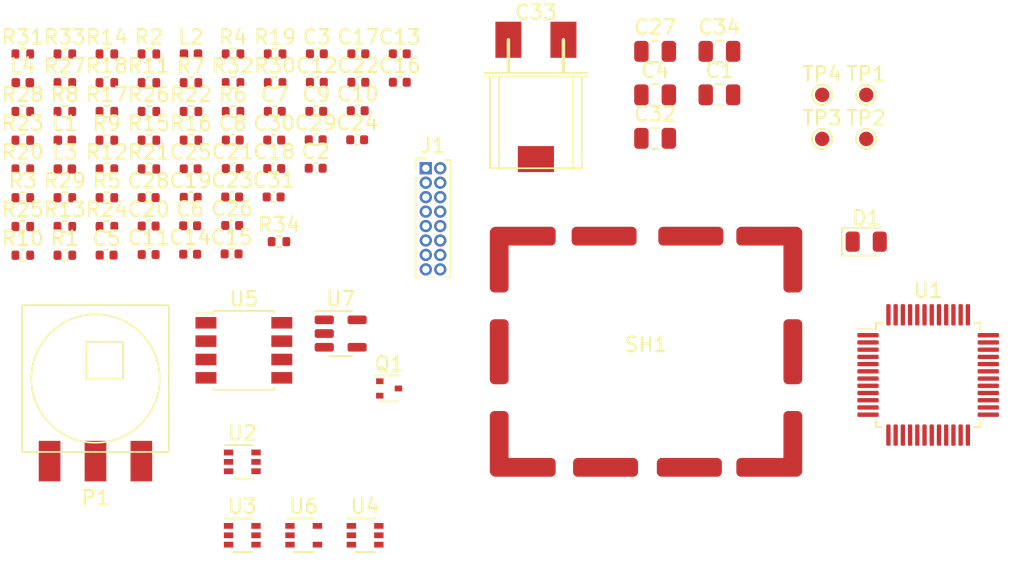
<source format=kicad_pcb>
(kicad_pcb (version 20211014) (generator pcbnew)
  (layers (0 "F.Cu" signal) (31 "B.Cu" signal) (34 "B.Paste" user) (35 "F.Paste" user) (36 "B.SilkS" user "B.Silkscreen") (37 "F.SilkS" user "F.Silkscreen") (38 "B.Mask" user) (39 "F.Mask" user) (44 "Edge.Cuts" user))
  (net 0 "")
  (net 20 "GND")
  (net 21 "VCC")
  (net 23 "+3V8")
  (net 24 "VDD")
  (net 25 "Net-(U7-Pad5)")
  (net 26 "Net-(U7-Pad4)")
  (net 27 "Net-(J1-Pad2)")
  (net 28 "Net-(U1-Pad22)")
  (net 29 "Net-(J1-Pad15)")
  (net 30 "Net-(U1-Pad31)")
  (net 31 "CS_Pressure")
  (net 32 "Net-(R4-Pad2)")
  (net 33 "Net-(U1-Pad20)")
  (net 34 "Net-(R7-Pad1)")
  (net 35 "Net-(U1-Pad17)")
  (net 36 "SPI_SDI")
  (net 37 "Net-(U1-Pad16)")
  (net 38 "Net-(U1-Pad15)")
  (net 39 "Net-(R14-Pad2)")
  (net 40 "Net-(U1-Pad25)")
  (net 41 "Net-(U1-Pad42)")
  (net 42 "Net-(U1-Pad41)")
  (net 43 "Net-(U1-Pad37)")
  (net 44 "Net-(R20-Pad2)")
  (net 45 "Net-(U1-Pad34)")
  (net 46 "Net-(U1-Pad30)")
  (net 47 "CS_EEPROM")
  (net 48 "NRST")
  (net 49 "VCCA_mon")
  (net 50 "LED")
  (net 51 "Pullup")
  (net 52 "Switch_1")
  (net 53 "Switch_2")
  (net 54 "Switch_3")
  (net 55 "Net-(C33-Pad2)")
  (net 56 "Net-(U4-Pad6)")
  (net 57 "Net-(C23-Pad1)")
  (net 58 "Net-(U6-Pad1)")
  (net 59 "Net-(R31-Pad1)")
  (net 60 "VCCD_mon")
  (net 61 "Net-(U4-Pad5)")
  (net 62 "Net-(D1-Pad2)")
  (net 63 "UART_TX")
  (net 64 "SPI_SCK")
  (net 65 "UART_RX")
  (net 66 "SPI_SDO")
  (net 68 "SWCLK ")
  (net 69 "SWDIO")
  (net 70 "Net-(J1-Pad13)")
  (net 71 "Out")
  (net 72 "Net-(U2-Pad5)")
  (net 73 "Net-(R5-Pad1)")
  (net 74 "Net-(R33-Pad1)")
  (net 75 "Net-(R29-Pad1)")
  (net 76 "Net-(R32-Pad1)")
  (net 77 "Net-(R31-Pad2)")
  (footprint "Capacitor_SMD:C_0402_1005Metric" (layer "F.Cu") (at 99.43 69.68)
    (fp_text reference "C10" (at 0 -1.16) (layer "F.SilkS"))
    (fp_text value "100n")
    (pad "1" smd roundrect (at -0.48 0) (size 0.56 0.62) (layers "F.Cu" "F.Paste" "F.Mask") (net 24 "VDD"))
    (pad "2" smd roundrect (at 0.48 0) (size 0.56 0.62) (layers "F.Cu" "F.Paste" "F.Mask") (net 20 "GND"))
  )
  (footprint "Capacitor_SMD:C_0402_1005Metric" (layer "F.Cu") (at 99.39 71.69)
    (fp_text reference "C24" (at 0 -1.16) (layer "F.SilkS"))
    (fp_text value "tbd pF")
    (pad "1" smd roundrect (at -0.48 0) (size 0.56 0.62) (layers "F.Cu" "F.Paste" "F.Mask") (net 58 "Net-(U6-Pad1)"))
    (pad "2" smd roundrect (at 0.48 0) (size 0.56 0.62) (layers "F.Cu" "F.Paste" "F.Mask") (net 20 "GND"))
  )
  (footprint "Resistor_SMD:R_0402_1005Metric" (layer "F.Cu") (at 82.07 73.71)
    (fp_text reference "R12" (at 0 -1.17) (layer "F.SilkS"))
    (fp_text value "68R")
    (pad "1" smd roundrect (at -0.51 0) (size 0.54 0.64) (layers "F.Cu" "F.Paste" "F.Mask") (net 37 "Net-(U1-Pad16)"))
    (pad "2" smd roundrect (at 0.51 0) (size 0.54 0.64) (layers "F.Cu" "F.Paste" "F.Mask") (net 66 "SPI_SDO"))
  )
  (footprint "Capacitor_SMD:C_0402_1005Metric" (layer "F.Cu") (at 90.74 77.62)
    (fp_text reference "C26" (at 0 -1.16) (layer "F.SilkS"))
    (fp_text value "tbd pF")
    (pad "1" smd roundrect (at -0.48 0) (size 0.56 0.62) (layers "F.Cu" "F.Paste" "F.Mask") (net 55 "Net-(C33-Pad2)"))
    (pad "2" smd roundrect (at 0.48 0) (size 0.56 0.62) (layers "F.Cu" "F.Paste" "F.Mask") (net 59 "Net-(R31-Pad1)"))
  )
  (footprint "Capacitor_SMD:C_0805_2012Metric" (layer "F.Cu") (at 120.01 71.59)
    (fp_text reference "C32" (at 0 -1.68) (layer "F.SilkS"))
    (fp_text value "10uF")
    (pad "1" smd roundrect (at -0.95 0) (size 1 1.45) (layers "F.Cu" "F.Paste" "F.Mask") (net 23 "+3V8"))
    (pad "2" smd roundrect (at 0.95 0) (size 1 1.45) (layers "F.Cu" "F.Paste" "F.Mask") (net 20 "GND"))
  )
  (footprint "Capacitor_SMD:C_0402_1005Metric" (layer "F.Cu") (at 90.7 79.59)
    (fp_text reference "C15" (at 0 -1.16) (layer "F.SilkS"))
    (fp_text value "tbd pF")
    (pad "1" smd roundrect (at -0.48 0) (size 0.56 0.62) (layers "F.Cu" "F.Paste" "F.Mask") (net 53 "Switch_2"))
    (pad "2" smd roundrect (at 0.48 0) (size 0.56 0.62) (layers "F.Cu" "F.Paste" "F.Mask") (net 20 "GND"))
  )
  (footprint "Resistor_SMD:R_0402_1005Metric" (layer "F.Cu") (at 82.07 67.74)
    (fp_text reference "R18" (at 0 -1.17) (layer "F.SilkS"))
    (fp_text value "10k")
    (pad "1" smd roundrect (at -0.51 0) (size 0.54 0.64) (layers "F.Cu" "F.Paste" "F.Mask") (net 53 "Switch_2"))
    (pad "2" smd roundrect (at 0.51 0) (size 0.54 0.64) (layers "F.Cu" "F.Paste" "F.Mask") (net 42 "Net-(U1-Pad41)"))
  )
  (footprint "Package_QFP:LQFP-48_7x7mm_P0.5mm" (layer "F.Cu") (at 138.905 87.965)
    (fp_text reference "U1" (at 0 -5.85) (layer "F.SilkS"))
    (fp_text value "STM32F100C8Tb8")
    (pad "1" smd roundrect (at -4.1625 -2.75) (size 1.475 0.3) (layers "F.Cu" "F.Paste" "F.Mask") (net 24 "VDD"))
    (pad "2" smd roundrect (at -4.1625 -2.25) (size 1.475 0.3) (layers "F.Cu" "F.Paste" "F.Mask"))
    (pad "3" smd roundrect (at -4.1625 -1.75) (size 1.475 0.3) (layers "F.Cu" "F.Paste" "F.Mask"))
    (pad "4" smd roundrect (at -4.1625 -1.25) (size 1.475 0.3) (layers "F.Cu" "F.Paste" "F.Mask"))
    (pad "5" smd roundrect (at -4.1625 -0.75) (size 1.475 0.3) (layers "F.Cu" "F.Paste" "F.Mask") (net 32 "Net-(R4-Pad2)"))
    (pad "6" smd roundrect (at -4.1625 -0.25) (size 1.475 0.3) (layers "F.Cu" "F.Paste" "F.Mask"))
    (pad "7" smd roundrect (at -4.1625 0.25) (size 1.475 0.3) (layers "F.Cu" "F.Paste" "F.Mask") (net 73 "Net-(R5-Pad1)"))
    (pad "8" smd roundrect (at -4.1625 0.75) (size 1.475 0.3) (layers "F.Cu" "F.Paste" "F.Mask") (net 20 "GND"))
    (pad "9" smd roundrect (at -4.1625 1.25) (size 1.475 0.3) (layers "F.Cu" "F.Paste" "F.Mask") (net 24 "VDD"))
    (pad "10" smd roundrect (at -4.1625 1.75) (size 1.475 0.3) (layers "F.Cu" "F.Paste" "F.Mask") (net 33 "Net-(U1-Pad20)"))
    (pad "11" smd roundrect (at -4.1625 2.25) (size 1.475 0.3) (layers "F.Cu" "F.Paste" "F.Mask") (net 34 "Net-(R7-Pad1)"))
    (pad "12" smd roundrect (at -4.1625 2.75) (size 1.475 0.3) (layers "F.Cu" "F.Paste" "F.Mask"))
    (pad "13" smd roundrect (at -2.75 4.1625) (size 0.3 1.475) (layers "F.Cu" "F.Paste" "F.Mask"))
    (pad "14" smd roundrect (at -2.25 4.1625) (size 0.3 1.475) (layers "F.Cu" "F.Paste" "F.Mask"))
    (pad "15" smd roundrect (at -1.75 4.1625) (size 0.3 1.475) (layers "F.Cu" "F.Paste" "F.Mask") (net 38 "Net-(U1-Pad15)"))
    (pad "16" smd roundrect (at -1.25 4.1625) (size 0.3 1.475) (layers "F.Cu" "F.Paste" "F.Mask") (net 37 "Net-(U1-Pad16)"))
    (pad "17" smd roundrect (at -0.75 4.1625) (size 0.3 1.475) (layers "F.Cu" "F.Paste" "F.Mask") (net 35 "Net-(U1-Pad17)"))
    (pad "18" smd roundrect (at -0.25 4.1625) (size 0.3 1.475) (layers "F.Cu" "F.Paste" "F.Mask") (net 49 "VCCA_mon"))
    (pad "19" smd roundrect (at 0.25 4.1625) (size 0.3 1.475) (layers "F.Cu" "F.Paste" "F.Mask") (net 39 "Net-(R14-Pad2)"))
    (pad "20" smd roundrect (at 0.75 4.1625) (size 0.3 1.475) (layers "F.Cu" "F.Paste" "F.Mask") (net 33 "Net-(U1-Pad20)"))
    (pad "21" smd roundrect (at 1.25 4.1625) (size 0.3 1.475) (layers "F.Cu" "F.Paste" "F.Mask"))
    (pad "22" smd roundrect (at 1.75 4.1625) (size 0.3 1.475) (layers "F.Cu" "F.Paste" "F.Mask") (net 28 "Net-(U1-Pad22)"))
    (pad "23" smd roundrect (at 2.25 4.1625) (size 0.3 1.475) (layers "F.Cu" "F.Paste" "F.Mask") (net 20 "GND"))
    (pad "24" smd roundrect (at 2.75 4.1625) (size 0.3 1.475) (layers "F.Cu" "F.Paste" "F.Mask") (net 24 "VDD"))
    (pad "25" smd roundrect (at 4.1625 2.75) (size 1.475 0.3) (layers "F.Cu" "F.Paste" "F.Mask") (net 40 "Net-(U1-Pad25)"))
    (pad "26" smd roundrect (at 4.1625 2.25) (size 1.475 0.3) (layers "F.Cu" "F.Paste" "F.Mask"))
    (pad "27" smd roundrect (at 4.1625 1.75) (size 1.475 0.3) (layers "F.Cu" "F.Paste" "F.Mask"))
    (pad "28" smd roundrect (at 4.1625 1.25) (size 1.475 0.3) (layers "F.Cu" "F.Paste" "F.Mask"))
    (pad "29" smd roundrect (at 4.1625 0.75) (size 1.475 0.3) (layers "F.Cu" "F.Paste" "F.Mask"))
    (pad "30" smd roundrect (at 4.1625 0.25) (size 1.475 0.3) (layers "F.Cu" "F.Paste" "F.Mask") (net 46 "Net-(U1-Pad30)"))
    (pad "31" smd roundrect (at 4.1625 -0.25) (size 1.475 0.3) (layers "F.Cu" "F.Paste" "F.Mask") (net 30 "Net-(U1-Pad31)"))
    (pad "32" smd roundrect (at 4.1625 -0.75) (size 1.475 0.3) (layers "F.Cu" "F.Paste" "F.Mask"))
    (pad "33" smd roundrect (at 4.1625 -1.25) (size 1.475 0.3) (layers "F.Cu" "F.Paste" "F.Mask"))
    (pad "34" smd roundrect (at 4.1625 -1.75) (size 1.475 0.3) (layers "F.Cu" "F.Paste" "F.Mask") (net 45 "Net-(U1-Pad34)"))
    (pad "35" smd roundrect (at 4.1625 -2.25) (size 1.475 0.3) (layers "F.Cu" "F.Paste" "F.Mask") (net 20 "GND"))
    (pad "36" smd roundrect (at 4.1625 -2.75) (size 1.475 0.3) (layers "F.Cu" "F.Paste" "F.Mask") (net 24 "VDD"))
    (pad "37" smd roundrect (at 2.75 -4.1625) (size 0.3 1.475) (layers "F.Cu" "F.Paste" "F.Mask") (net 43 "Net-(U1-Pad37)"))
    (pad "38" smd roundrect (at 2.25 -4.1625) (size 0.3 1.475) (layers "F.Cu" "F.Paste" "F.Mask"))
    (pad "39" smd roundrect (at 1.75 -4.1625) (size 0.3 1.475) (layers "F.Cu" "F.Paste" "F.Mask") (net 44 "Net-(R20-Pad2)"))
    (pad "40" smd roundrect (at 1.25 -4.1625) (size 0.3 1.475) (layers "F.Cu" "F.Paste" "F.Mask"))
    (pad "41" smd roundrect (at 0.75 -4.1625) (size 0.3 1.475) (layers "F.Cu" "F.Paste" "F.Mask") (net 42 "Net-(U1-Pad41)"))
    (pad "42" smd roundrect (at 0.25 -4.1625) (size 0.3 1.475) (layers "F.Cu" "F.Paste" "F.Mask") (net 41 "Net-(U1-Pad42)"))
    (pad "43" smd roundrect (at -0.25 -4.1625) (size 0.3 1.475) (layers "F.Cu" "F.Paste" "F.Mask"))
    (pad "44" smd roundrect (at -0.75 -4.1625) (size 0.3 1.475) (layers "F.Cu" "F.Paste" "F.Mask"))
    (pad "45" smd roundrect (at -1.25 -4.1625) (size 0.3 1.475) (layers "F.Cu" "F.Paste" "F.Mask"))
    (pad "46" smd roundrect (at -1.75 -4.1625) (size 0.3 1.475) (layers "F.Cu" "F.Paste" "F.Mask"))
    (pad "47" smd roundrect (at -2.25 -4.1625) (size 0.3 1.475) (layers "F.Cu" "F.Paste" "F.Mask") (net 20 "GND"))
    (pad "48" smd roundrect (at -2.75 -4.1625) (size 0.3 1.475) (layers "F.Cu" "F.Paste" "F.Mask") (net 24 "VDD"))
  )
  (footprint "Resistor_SMD:R_0402_1005Metric" (layer "F.Cu") (at 82.07 65.75)
    (fp_text reference "R14" (at 0 -1.17) (layer "F.SilkS"))
    (fp_text value "10k")
    (pad "1" smd roundrect (at -0.51 0) (size 0.54 0.64) (layers "F.Cu" "F.Paste" "F.Mask") (net 60 "VCCD_mon"))
    (pad "2" smd roundrect (at 0.51 0) (size 0.54 0.64) (layers "F.Cu" "F.Paste" "F.Mask") (net 39 "Net-(R14-Pad2)"))
  )
  (footprint "Capacitor_SMD:C_0402_1005Metric" (layer "F.Cu") (at 93.69 69.72)
    (fp_text reference "C7" (at 0 -1.16) (layer "F.SilkS"))
    (fp_text value "1n")
    (pad "1" smd roundrect (at -0.48 0) (size 0.56 0.62) (layers "F.Cu" "F.Paste" "F.Mask") (net 24 "VDD"))
    (pad "2" smd roundrect (at 0.48 0) (size 0.56 0.62) (layers "F.Cu" "F.Paste" "F.Mask") (net 20 "GND"))
  )
  (footprint "RPM411:Pressure_Cap" (layer "F.Cu") (at 81.28 93.9275)
    (fp_text reference "P1" (at 0 2.54 unlocked) (layer "F.SilkS"))
    (fp_text value "P_Cap")
    (pad "1" smd rect (at -3.175 0) (size 1.5 2.8) (layers "F.Cu" "F.Paste" "F.Mask") (net 72 "Net-(U2-Pad5)"))
    (pad "2" smd rect (at 3.175 0) (size 1.5 2.8) (layers "F.Cu" "F.Paste" "F.Mask") (net 55 "Net-(C33-Pad2)"))
    (pad "SH" smd rect (at 0 0) (size 1.5 2.8) (layers "F.Cu" "F.Paste" "F.Mask") (net 20 "GND"))
  )
  (footprint "Inductor_SMD:L_0402_1005Metric" (layer "F.Cu") (at 79.16 71.72)
    (fp_text reference "L1" (at 0 -1.17) (layer "F.SilkS"))
    (fp_text value "tbd")
    (pad "1" smd roundrect (at -0.485 0) (size 0.59 0.64) (layers "F.Cu" "F.Paste" "F.Mask") (net 27 "Net-(J1-Pad2)"))
    (pad "2" smd roundrect (at 0.485 0) (size 0.59 0.64) (layers "F.Cu" "F.Paste" "F.Mask") (net 24 "VDD"))
  )
  (footprint "Capacitor_SMD:C_0402_1005Metric" (layer "F.Cu") (at 93.65 73.68)
    (fp_text reference "C18" (at 0 -1.16) (layer "F.SilkS"))
    (fp_text value "10n")
    (pad "1" smd roundrect (at -0.48 0) (size 0.56 0.62) (layers "F.Cu" "F.Paste" "F.Mask") (net 21 "VCC"))
    (pad "2" smd roundrect (at 0.48 0) (size 0.56 0.62) (layers "F.Cu" "F.Paste" "F.Mask") (net 20 "GND"))
  )
  (footprint "Capacitor_SMD:C_0402_1005Metric" (layer "F.Cu") (at 102.34 65.74)
    (fp_text reference "C13" (at 0 -1.16) (layer "F.SilkS"))
    (fp_text value "100n")
    (pad "1" smd roundrect (at -0.48 0) (size 0.56 0.62) (layers "F.Cu" "F.Paste" "F.Mask") (net 24 "VDD"))
    (pad "2" smd roundrect (at 0.48 0) (size 0.56 0.62) (layers "F.Cu" "F.Paste" "F.Mask") (net 20 "GND"))
  )
  (footprint "Resistor_SMD:R_0402_1005Metric" (layer "F.Cu") (at 79.16 67.74)
    (fp_text reference "R27" (at 0 -1.17) (layer "F.SilkS"))
    (fp_text value "10k")
    (pad "1" smd roundrect (at -0.51 0) (size 0.54 0.64) (layers "F.Cu" "F.Paste" "F.Mask") (net 60 "VCCD_mon"))
    (pad "2" smd roundrect (at 0.51 0) (size 0.54 0.64) (layers "F.Cu" "F.Paste" "F.Mask") (net 24 "VDD"))
  )
  (footprint "Package_TO_SOT_SMD:SOT-363_SC-70-6" (layer "F.Cu") (at 99.94 99.06)
    (fp_text reference "U4" (at 0 -2) (layer "F.SilkS"))
    (fp_text value "TS5A9411")
    (pad "1" smd rect (at -0.95 -0.65) (size 0.65 0.4) (layers "F.Cu" "F.Paste" "F.Mask") (net 54 "Switch_3"))
    (pad "2" smd rect (at -0.95 0) (size 0.65 0.4) (layers "F.Cu" "F.Paste" "F.Mask") (net 21 "VCC"))
    (pad "3" smd rect (at -0.95 0.65) (size 0.65 0.4) (layers "F.Cu" "F.Paste" "F.Mask") (net 20 "GND"))
    (pad "4" smd rect (at 0.95 0.65) (size 0.65 0.4) (layers "F.Cu" "F.Paste" "F.Mask") (net 20 "GND"))
    (pad "5" smd rect (at 0.95 0) (size 0.65 0.4) (layers "F.Cu" "F.Paste" "F.Mask") (net 61 "Net-(U4-Pad5)"))
    (pad "6" smd rect (at 0.95 -0.65) (size 0.65 0.4) (layers "F.Cu" "F.Paste" "F.Mask") (net 56 "Net-(U4-Pad6)"))
  )
  (footprint "Inductor_SMD:L_0402_1005Metric" (layer "F.Cu") (at 79.16 73.71)
    (fp_text reference "L3" (at 0 -1.17) (layer "F.SilkS"))
    (fp_text value "tbd")
    (pad "1" smd roundrect (at -0.485 0) (size 0.59 0.64) (layers "F.Cu" "F.Paste" "F.Mask") (net 28 "Net-(U1-Pad22)"))
    (pad "2" smd roundrect (at 0.485 0) (size 0.59 0.64) (layers "F.Cu" "F.Paste" "F.Mask") (net 50 "LED"))
  )
  (footprint "TestPoint:TestPoint_Pad_D1.0mm" (layer "F.Cu") (at 134.62 68.58)
    (fp_text reference "TP1" (at 0 -1.448) (layer "F.SilkS"))
    (fp_text value "Pin5")
    (pad "1" smd circle (at 0 0) (size 1 1) (layers "F.Cu" "F.Mask") (net 69 "SWDIO"))
  )
  (footprint "RPM411:RMP411_Shield" (layer "F.Cu") (at 119.38 86.36)
    (fp_text reference "SH1" (at 0 -0.5 unlocked) (layer "F.SilkS"))
    (fp_text value "RFShield")
    (pad "1" smd roundrect (at 10.16 0 270) (size 4.5 1.3) (layers "F.Cu" "F.Paste" "F.Mask") (net 20 "GND"))
    (pad "1" smd roundrect (at 3.1 -8 180) (size 4.5 1.3) (layers "F.Cu" "F.Paste" "F.Mask") (net 20 "GND"))
    (pad "1" smd roundrect (at -10.16 -6.35 270) (size 4.5 1.3) (layers "F.Cu" "F.Paste" "F.Mask") (net 20 "GND"))
    (pad "1" smd roundrect (at -8.5 -8) (size 4.5 1.3) (layers "F.Cu" "F.Paste" "F.Mask") (net 20 "GND"))
    (pad "1" smd roundrect (at 8.5 8) (size 4.5 1.3) (layers "F.Cu" "F.Paste" "F.Mask") (net 20 "GND"))
    (pad "1" smd roundrect (at 10.16 -6.35 270) (size 4.5 1.3) (layers "F.Cu" "F.Paste" "F.Mask") (net 20 "GND"))
    (pad "1" smd roundrect (at -10.16 6.35 270) (size 4.5 1.3) (layers "F.Cu" "F.Paste" "F.Mask") (net 20 "GND"))
    (pad "1" smd roundrect (at -2.9 -8 180) (size 4.5 1.3) (layers "F.Cu" "F.Paste" "F.Mask") (net 20 "GND"))
    (pad "1" smd roundrect (at 8.5 -8) (size 4.5 1.3) (layers "F.Cu" "F.Paste" "F.Mask") (net 20 "GND"))
    (pad "1" smd roundrect (at -8.5 8) (size 4.5 1.3) (layers "F.Cu" "F.Paste" "F.Mask") (net 20 "GND"))
    (pad "1" smd roundrect (at -2.8 8 180) (size 4.5 1.3) (layers "F.Cu" "F.Paste" "F.Mask") (net 20 "GND"))
    (pad "1" smd roundrect (at 10.16 6.35 270) (size 4.5 1.3) (layers "F.Cu" "F.Paste" "F.Mask") (net 20 "GND"))
    (pad "1" smd roundrect (at -10.16 0 270) (size 4.5 1.3) (layers "F.Cu" "F.Paste" "F.Mask") (net 20 "GND"))
    (pad "1" smd roundrect (at 3 8 180) (size 4.5 1.3) (layers "F.Cu" "F.Paste" "F.Mask") (net 20 "GND"))
  )
  (footprint "TestPoint:TestPoint_Pad_D1.0mm" (layer "F.Cu") (at 131.57 71.63)
    (fp_text reference "TP3" (at 0 -1.448) (layer "F.SilkS"))
    (fp_text value "CS_P")
    (pad "1" smd circle (at 0 0) (size 1 1) (layers "F.Cu" "F.Mask") (net 31 "CS_Pressure"))
  )
  (footprint "Resistor_SMD:R_0402_1005Metric" (layer "F.Cu") (at 76.25 77.69)
    (fp_text reference "R25" (at 0 -1.17) (layer "F.SilkS"))
    (fp_text value "0R")
    (pad "1" smd roundrect (at -0.51 0) (size 0.54 0.64) (layers "F.Cu" "F.Paste" "F.Mask") (net 20 "GND"))
    (pad "2" smd roundrect (at 0.51 0) (size 0.54 0.64) (layers "F.Cu" "F.Paste" "F.Mask") (net 20 "GND"))
  )
  (footprint "Capacitor_SMD:C_0402_1005Metric" (layer "F.Cu") (at 99.47 65.74)
    (fp_text reference "C17" (at 0 -1.16) (layer "F.SilkS"))
    (fp_text value "100n")
    (pad "1" smd roundrect (at -0.48 0) (size 0.56 0.62) (layers "F.Cu" "F.Paste" "F.Mask") (net 24 "VDD"))
    (pad "2" smd roundrect (at 0.48 0) (size 0.56 0.62) (layers "F.Cu" "F.Paste" "F.Mask") (net 20 "GND"))
  )
  (footprint "Resistor_SMD:R_0402_1005Metric" (layer "F.Cu") (at 82.07 75.7)
    (fp_text reference "R5" (at 0 -1.17) (layer "F.SilkS"))
    (fp_text value "1k")
    (pad "1" smd roundrect (at -0.51 0) (size 0.54 0.64) (layers "F.Cu" "F.Paste" "F.Mask") (net 73 "Net-(R5-Pad1)"))
    (pad "2" smd roundrect (at 0.51 0) (size 0.54 0.64) (layers "F.Cu" "F.Paste" "F.Mask") (net 48 "NRST"))
  )
  (footprint "Capacitor_SMD:C_0402_1005Metric" (layer "F.Cu") (at 82.05 79.67)
    (fp_text reference "C5" (at 0 -1.16) (layer "F.SilkS"))
    (fp_text value "100n")
    (pad "1" smd roundrect (at -0.48 0) (size 0.56 0.62) (layers "F.Cu" "F.Paste" "F.Mask") (net 24 "VDD"))
    (pad "2" smd roundrect (at 0.48 0) (size 0.56 0.62) (layers "F.Cu" "F.Paste" "F.Mask") (net 20 "GND"))
  )
  (footprint "Package_TO_SOT_SMD:SOT-23-5" (layer "F.Cu") (at 98.25 85.1)
    (fp_text reference "U7" (at 0 -2.4) (layer "F.SilkS"))
    (fp_text value "TLV70030DDC")
    (pad "1" smd roundrect (at -1.1375 -0.95) (size 1.325 0.6) (layers "F.Cu" "F.Paste" "F.Mask") (net 23 "+3V8"))
    (pad "2" smd roundrect (at -1.1375 0) (size 1.325 0.6) (layers "F.Cu" "F.Paste" "F.Mask") (net 20 "GND"))
    (pad "3" smd roundrect (at -1.1375 0.95) (size 1.325 0.6) (layers "F.Cu" "F.Paste" "F.Mask") (net 23 "+3V8"))
    (pad "4" smd roundrect (at 1.1375 0.95) (size 1.325 0.6) (layers "F.Cu" "F.Paste" "F.Mask") (net 26 "Net-(U7-Pad4)"))
    (pad "5" smd roundrect (at 1.1375 -0.95) (size 1.325 0.6) (layers "F.Cu" "F.Paste" "F.Mask") (net 25 "Net-(U7-Pad5)"))
  )
  (footprint "Package_TO_SOT_SMD:SOT-363_SC-70-6" (layer "F.Cu") (at 91.44 93.98)
    (fp_text reference "U2" (at 0 -2) (layer "F.SilkS"))
    (fp_text value "TS5A9411")
    (pad "1" smd rect (at -0.95 -0.65) (size 0.65 0.4) (layers "F.Cu" "F.Paste" "F.Mask") (net 52 "Switch_1"))
    (pad "2" smd rect (at -0.95 0) (size 0.65 0.4) (layers "F.Cu" "F.Paste" "F.Mask") (net 21 "VCC"))
    (pad "3" smd rect (at -0.95 0.65) (size 0.65 0.4) (layers "F.Cu" "F.Paste" "F.Mask") (net 20 "GND"))
    (pad "4" smd rect (at 0.95 0.65) (size 0.65 0.4) (layers "F.Cu" "F.Paste" "F.Mask") (net 20 "GND"))
    (pad "5" smd rect (at 0.95 0) (size 0.65 0.4) (layers "F.Cu" "F.Paste" "F.Mask") (net 72 "Net-(U2-Pad5)"))
    (pad "6" smd rect (at 0.95 -0.65) (size 0.65 0.4) (layers "F.Cu" "F.Paste" "F.Mask") (net 56 "Net-(U4-Pad6)"))
  )
  (footprint "Resistor_SMD:R_0402_1005Metric" (layer "F.Cu") (at 82.07 69.73)
    (fp_text reference "R17" (at 0 -1.17) (layer "F.SilkS"))
    (fp_text value "10k")
    (pad "1" smd roundrect (at -0.51 0) (size 0.54 0.64) (layers "F.Cu" "F.Paste" "F.Mask") (net 52 "Switch_1"))
    (pad "2" smd roundrect (at 0.51 0) (size 0.54 0.64) (layers "F.Cu" "F.Paste" "F.Mask") (net 41 "Net-(U1-Pad42)"))
  )
  (footprint "Resistor_SMD:R_0402_1005Metric" (layer "F.Cu") (at 82.07 71.72)
    (fp_text reference "R9" (at 0 -1.17) (layer "F.SilkS"))
    (fp_text value "10k")
    (pad "1" smd roundrect (at -0.51 0) (size 0.54 0.64) (layers "F.Cu" "F.Paste" "F.Mask") (net 20 "GND"))
    (pad "2" smd roundrect (at 0.51 0) (size 0.54 0.64) (layers "F.Cu" "F.Paste" "F.Mask") (net 49 "VCCA_mon"))
  )
  (footprint "Resistor_SMD:R_0402_1005Metric" (layer "F.Cu") (at 90.8 67.74)
    (fp_text reference "R32" (at 0 -1.17) (layer "F.SilkS"))
    (fp_text value "220R")
    (pad "1" smd roundrect (at -0.51 0) (size 0.54 0.64) (layers "F.Cu" "F.Paste" "F.Mask") (net 76 "Net-(R32-Pad1)"))
    (pad "2" smd roundrect (at 0.51 0) (size 0.54 0.64) (layers "F.Cu" "F.Paste" "F.Mask") (net 55 "Net-(C33-Pad2)"))
  )
  (footprint "Resistor_SMD:R_0402_1005Metric" (layer "F.Cu") (at 90.8 65.75)
    (fp_text reference "R4" (at 0 -1.17) (layer "F.SilkS"))
    (fp_text value "1k")
    (pad "1" smd roundrect (at -0.51 0) (size 0.54 0.64) (layers "F.Cu" "F.Paste" "F.Mask") (net 31 "CS_Pressure"))
    (pad "2" smd roundrect (at 0.51 0) (size 0.54 0.64) (layers "F.Cu" "F.Paste" "F.Mask") (net 32 "Net-(R4-Pad2)"))
  )
  (footprint "TestPoint:TestPoint_Pad_D1.0mm" (layer "F.Cu") (at 134.62 71.63)
    (fp_text reference "TP2" (at 0 -1.448) (layer "F.SilkS"))
    (fp_text value "CS_E")
    (pad "1" smd circle (at 0 0) (size 1 1) (layers "F.Cu" "F.Mask") (net 47 "CS_EEPROM"))
  )
  (footprint "Resistor_SMD:R_0402_1005Metric" (layer "F.Cu") (at 90.8 69.73)
    (fp_text reference "R6" (at 0 -1.17) (layer "F.SilkS"))
    (fp_text value "10k")
    (pad "1" smd roundrect (at -0.51 0) (size 0.54 0.64) (layers "F.Cu" "F.Paste" "F.Mask") (net 33 "Net-(U1-Pad20)"))
    (pad "2" smd roundrect (at 0.51 0) (size 0.54 0.64) (layers "F.Cu" "F.Paste" "F.Mask") (net 47 "CS_EEPROM"))
  )
  (footprint "Resistor_SMD:R_0402_1005Metric" (layer "F.Cu") (at 79.16 77.69)
    (fp_text reference "R13" (at 0 -1.17) (layer "F.SilkS"))
    (fp_text value "1k")
    (pad "1" smd roundrect (at -0.51 0) (size 0.54 0.64) (layers "F.Cu" "F.Paste" "F.Mask") (net 38 "Net-(U1-Pad15)"))
    (pad "2" smd roundrect (at 0.51 0) (size 0.54 0.64) (layers "F.Cu" "F.Paste" "F.Mask") (net 64 "SPI_SCK"))
  )
  (footprint "Capacitor_SMD:C_0402_1005Metric" (layer "F.Cu") (at 84.96 79.63)
    (fp_text reference "C11" (at 0 -1.16) (layer "F.SilkS"))
    (fp_text value "10n")
    (pad "1" smd roundrect (at -0.48 0) (size 0.56 0.62) (layers "F.Cu" "F.Paste" "F.Mask") (net 50 "LED"))
    (pad "2" smd roundrect (at 0.48 0) (size 0.56 0.62) (layers "F.Cu" "F.Paste" "F.Mask") (net 20 "GND"))
  )
  (footprint "Connector_PinHeader_1.00mm:PinHeader_2x08_P1.00mm_Vertical" (layer "F.Cu") (at 104.14 73.66)
    (fp_text reference "J1" (at 0.5 -1.56) (layer "F.SilkS"))
    (fp_text value "02x08_tbd")
    (pad "1" thru_hole rect (at 0 0) (size 0.85 0.85) (drill 0.5) (layers *.Cu *.Mask) (net 20 "GND"))
    (pad "2" thru_hole oval (at 1 0) (size 0.85 0.85) (drill 0.5) (layers *.Cu *.Mask) (net 27 "Net-(J1-Pad2)"))
    (pad "3" thru_hole oval (at 0 1) (size 0.85 0.85) (drill 0.5) (layers *.Cu *.Mask) (net 63 "UART_TX"))
    (pad "4" thru_hole oval (at 1 1) (size 0.85 0.85) (drill 0.5) (layers *.Cu *.Mask) (net 64 "SPI_SCK"))
    (pad "5" thru_hole oval (at 0 2) (size 0.85 0.85) (drill 0.5) (layers *.Cu *.Mask) (net 65 "UART_RX"))
    (pad "6" thru_hole oval (at 1 2) (size 0.85 0.85) (drill 0.5) (layers *.Cu *.Mask) (net 66 "SPI_SDO"))
    (pad "7" thru_hole oval (at 0 3) (size 0.85 0.85) (drill 0.5) (layers *.Cu *.Mask))
    (pad "8" thru_hole oval (at 1 3) (size 0.85 0.85) (drill 0.5) (layers *.Cu *.Mask) (net 36 "SPI_SDI"))
    (pad "9" thru_hole oval (at 0 4) (size 0.85 0.85) (drill 0.5) (layers *.Cu *.Mask) (net 68 "SWCLK "))
    (pad "10" thru_hole oval (at 1 4) (size 0.85 0.85) (drill 0.5) (layers *.Cu *.Mask) (net 47 "CS_EEPROM"))
    (pad "11" thru_hole oval (at 0 5) (size 0.85 0.85) (drill 0.5) (layers *.Cu *.Mask) (net 69 "SWDIO"))
    (pad "12" thru_hole oval (at 1 5) (size 0.85 0.85) (drill 0.5) (layers *.Cu *.Mask) (net 20 "GND"))
    (pad "13" thru_hole oval (at 0 6) (size 0.85 0.85) (drill 0.5) (layers *.Cu *.Mask) (net 70 "Net-(J1-Pad13)"))
    (pad "14" thru_hole oval (at 1 6) (size 0.85 0.85) (drill 0.5) (layers *.Cu *.Mask) (net 31 "CS_Pressure"))
    (pad "15" thru_hole oval (at 0 7) (size 0.85 0.85) (drill 0.5) (layers *.Cu *.Mask) (net 29 "Net-(J1-Pad15)"))
    (pad "16" thru_hole oval (at 1 7) (size 0.85 0.85) (drill 0.5) (layers *.Cu *.Mask) (net 20 "GND"))
  )
  (footprint "Capacitor_SMD:C_0402_1005Metric" (layer "F.Cu") (at 84.96 75.69)
    (fp_text reference "C28" (at 0 -1.16) (layer "F.SilkS"))
    (fp_text value "100n")
    (pad "1" smd roundrect (at -0.48 0) (size 0.56 0.62) (layers "F.Cu" "F.Paste" "F.Mask") (net 25 "Net-(U7-Pad5)"))
    (pad "2" smd roundrect (at 0.48 0) (size 0.56 0.62) (layers "F.Cu" "F.Paste" "F.Mask") (net 20 "GND"))
  )
  (footprint "RPM411:Cap_Shield" (layer "F.Cu") (at 111.76 68.58)
    (fp_text reference "C33" (at 0 -5.715 unlocked) (layer "F.SilkS"))
    (fp_text value "15pF")
    (pad "1" smd rect (at -1.905 -3.81) (size 1.8 2.5) (layers "F.Cu" "F.Paste" "F.Mask") (net 61 "Net-(U4-Pad5)"))
    (pad "2" smd rect (at 1.905 -3.81) (size 1.8 2.5) (layers "F.Cu" "F.Paste" "F.Mask") (net 55 "Net-(C33-Pad2)"))
    (pad "SH" smd rect (at 0 4.445 270) (size 1.8 2.5) (layers "F.Cu" "F.Paste" "F.Mask") (net 20 "GND"))
  )
  (footprint "Package_TO_SOT_SMD:SOT-523" (layer "F.Cu") (at 101.6 88.9)
    (fp_text reference "Q1" (at 0 -1.7) (layer "F.SilkS"))
    (fp_text value "tbd (GDS)")
    (pad "1" smd rect (at -0.645 -0.5 180) (size 0.51 0.4) (layers "F.Cu" "F.Paste" "F.Mask") (net 51 "Pullup"))
    (pad "2" smd rect (at -0.645 0.5 180) (size 0.51 0.4) (layers "F.Cu" "F.Paste" "F.Mask") (net 21 "VCC"))
    (pad "3" smd rect (at 0.645 0 180) (size 0.51 0.4) (layers "F.Cu" "F.Paste" "F.Mask") (net 55 "Net-(C33-Pad2)"))
  )
  (footprint "Resistor_SMD:R_0402_1005Metric" (layer "F.Cu") (at 87.89 69.73)
    (fp_text reference "R22" (at 0 -1.17) (layer "F.SilkS"))
    (fp_text value "68R")
    (pad "1" smd roundrect (at -0.51 0) (size 0.54 0.64) (layers "F.Cu" "F.Paste" "F.Mask") (net 46 "Net-(U1-Pad30)"))
    (pad "2" smd roundrect (at 0.51 0) (size 0.54 0.64) (layers "F.Cu" "F.Paste" "F.Mask") (net 63 "UART_TX"))
  )
  (footprint "Package_SO:SSOP-8_3.95x5.21x3.27mm_P1.27mm" (layer "F.Cu") (at 91.55 86.26)
    (fp_text reference "U5" (at 0 -3.55) (layer "F.SilkS"))
    (fp_text value "74LVC3G04")
    (pad "1" smd rect (at -2.625 -1.905) (size 1.45 0.8) (layers "F.Cu" "F.Paste" "F.Mask") (net 55 "Net-(C33-Pad2)"))
    (pad "2" smd rect (at -2.625 -0.635) (size 1.45 0.8) (layers "F.Cu" "F.Paste" "F.Mask") (net 75 "Net-(R29-Pad1)"))
    (pad "3" smd rect (at -2.625 0.635) (size 1.45 0.8) (layers "F.Cu" "F.Paste" "F.Mask") (net 75 "Net-(R29-Pad1)"))
    (pad "4" smd rect (at -2.625 1.905) (size 1.45 0.8) (layers "F.Cu" "F.Paste" "F.Mask") (net 20 "GND"))
    (pad "5" smd rect (at 2.625 1.905) (size 1.45 0.8) (layers "F.Cu" "F.Paste" "F.Mask") (net 56 "Net-(U4-Pad6)"))
    (pad "6" smd rect (at 2.625 0.635) (size 1.45 0.8) (layers "F.Cu" "F.Paste" "F.Mask") (net 77 "Net-(R31-Pad2)"))
    (pad "7" smd rect (at 2.625 -0.635) (size 1.45 0.8) (layers "F.Cu" "F.Paste" "F.Mask") (net 77 "Net-(R31-Pad2)"))
    (pad "8" smd rect (at 2.625 -1.905) (size 1.45 0.8) (layers "F.Cu" "F.Paste" "F.Mask") (net 21 "VCC"))
  )
  (footprint "Capacitor_SMD:C_0402_1005Metric" (layer "F.Cu") (at 96.52 71.69)
    (fp_text reference "C29" (at 0 -1.16) (layer "F.SilkS"))
    (fp_text value "10n")
    (pad "1" smd roundrect (at -0.48 0) (size 0.56 0.62) (layers "F.Cu" "F.Paste" "F.Mask") (net 60 "VCCD_mon"))
    (pad "2" smd roundrect (at 0.48 0) (size 0.56 0.62) (layers "F.Cu" "F.Paste" "F.Mask") (net 20 "GND"))
  )
  (footprint "Capacitor_SMD:C_0402_1005Metric" (layer "F.Cu") (at 87.87 73.7)
    (fp_text reference "C25" (at 0 -1.16) (layer "F.SilkS"))
    (fp_text value "10n")
    (pad "1" smd roundrect (at -0.48 0) (size 0.56 0.62) (layers "F.Cu" "F.Paste" "F.Mask") (net 21 "VCC"))
    (pad "2" smd roundrect (at 0.48 0) (size 0.56 0.62) (layers "F.Cu" "F.Paste" "F.Mask") (net 20 "GND"))
  )
  (footprint "Resistor_SMD:R_0402_1005Metric" (layer "F.Cu") (at 87.89 67.74)
    (fp_text reference "R7" (at 0 -1.17) (layer "F.SilkS"))
    (fp_text value "3k9")
    (pad "1" smd roundrect (at -0.51 0) (size 0.54 0.64) (layers "F.Cu" "F.Paste" "F.Mask") (net 34 "Net-(R7-Pad1)"))
    (pad "2" smd roundrect (at 0.51 0) (size 0.54 0.64) (layers "F.Cu" "F.Paste" "F.Mask") (net 71 "Out"))
  )
  (footprint "Capacitor_SMD:C_0402_1005Metric" (layer "F.Cu") (at 96.6 67.71)
    (fp_text reference "C12" (at 0 -1.16) (layer "F.SilkS"))
    (fp_text value "tbd pF")
    (pad "1" smd roundrect (at -0.48 0) (size 0.56 0.62) (layers "F.Cu" "F.Paste" "F.Mask") (net 20 "GND"))
    (pad "2" smd roundrect (at 0.48 0) (size 0.56 0.62) (layers "F.Cu" "F.Paste" "F.Mask") (net 51 "Pullup"))
  )
  (footprint "Capacitor_SMD:C_0402_1005Metric" (layer "F.Cu") (at 90.78 73.68)
    (fp_text reference "C21" (at 0 -1.16) (layer "F.SilkS"))
    (fp_text value "10n")
    (pad "1" smd roundrect (at -0.48 0) (size 0.56 0.62) (layers "F.Cu" "F.Paste" "F.Mask") (net 21 "VCC"))
    (pad "2" smd roundrect (at 0.48 0) (size 0.56 0.62) (layers "F.Cu" "F.Paste" "F.Mask") (net 20 "GND"))
  )
  (footprint "Resistor_SMD:R_0402_1005Metric" (layer "F.Cu") (at 76.25 75.7)
    (fp_text reference "R3" (at 0 -1.17) (layer "F.SilkS"))
    (fp_text value "10k")
    (pad "1" smd roundrect (at -0.51 0) (size 0.54 0.64) (layers "F.Cu" "F.Paste" "F.Mask") (net 30 "Net-(U1-Pad31)"))
    (pad "2" smd roundrect (at 0.51 0) (size 0.54 0.64) (layers "F.Cu" "F.Paste" "F.Mask") (net 65 "UART_RX"))
  )
  (footprint "Resistor_SMD:R_0402_1005Metric" (layer "F.Cu") (at 76.25 69.73)
    (fp_text reference "R28" (at 0 -1.17) (layer "F.SilkS"))
    (fp_text value "3k9")
    (pad "1" smd roundrect (at -0.51 0) (size 0.54 0.64) (layers "F.Cu" "F.Paste" "F.Mask") (net 58 "Net-(U6-Pad1)"))
    (pad "2" smd roundrect (at 0.51 0) (size 0.54 0.64) (layers "F.Cu" "F.Paste" "F.Mask") (net 56 "Net-(U4-Pad6)"))
  )
  (footprint "Resistor_SMD:R_0402_1005Metric" (layer "F.Cu") (at 82.07 77.69)
    (fp_text reference "R24" (at 0 -1.17) (layer "F.SilkS"))
    (fp_text value "0R")
    (pad "1" smd roundrect (at -0.51 0) (size 0.54 0.64) (layers "F.Cu" "F.Paste" "F.Mask") (net 20 "GND"))
    (pad "2" smd roundrect (at 0.51 0) (size 0.54 0.64) (layers "F.Cu" "F.Paste" "F.Mask") (net 20 "GND"))
  )
  (footprint "Resistor_SMD:R_0402_1005Metric" (layer "F.Cu") (at 76.25 65.75)
    (fp_text reference "R31" (at 0 -1.17) (layer "F.SilkS"))
    (fp_text value "82R")
    (pad "1" smd roundrect (at -0.51 0) (size 0.54 0.64) (layers "F.Cu" "F.Paste" "F.Mask") (net 59 "Net-(R31-Pad1)"))
    (pad "2" smd roundrect (at 0.51 0) (size 0.54 0.64) (layers "F.Cu" "F.Paste" "F.Mask") (net 77 "Net-(R31-Pad2)"))
  )
  (footprint "Package_TO_SOT_SMD:SOT-353_SC-70-5" (layer "F.Cu") (at 95.69 99.06)
    (fp_text reference "U6" (at 0 -2) (layer "F.SilkS"))
    (fp_text value "74LVC1G32")
    (pad "1" smd rect (at -0.95 -0.65) (size 0.65 0.4) (layers "F.Cu" "F.Paste" "F.Mask") (net 58 "Net-(U6-Pad1)"))
    (pad "2" smd rect (at -0.95 0) (size 0.65 0.4) (layers "F.Cu" "F.Paste" "F.Mask") (net 20 "GND"))
    (pad "3" smd rect (at -0.95 0.65) (size 0.65 0.4) (layers "F.Cu" "F.Paste" "F.Mask") (net 20 "GND"))
    (pad "4" smd rect (at 0.95 0.65) (size 0.65 0.4) (layers "F.Cu" "F.Paste" "F.Mask") (net 76 "Net-(R32-Pad1)"))
    (pad "5" smd rect (at 0.95 -0.65) (size 0.65 0.4) (layers "F.Cu" "F.Paste" "F.Mask") (net 21 "VCC"))
  )
  (footprint "Capacitor_SMD:C_0402_1005Metric" (layer "F.Cu") (at 84.96 77.66)
    (fp_text reference "C20" (at 0 -1.16) (layer "F.SilkS"))
    (fp_text value "10n")
    (pad "1" smd roundrect (at -0.48 0) (size 0.56 0.62) (layers "F.Cu" "F.Paste" "F.Mask") (net 21 "VCC"))
    (pad "2" smd roundrect (at 0.48 0) (size 0.56 0.62) (layers "F.Cu" "F.Paste" "F.Mask") (net 20 "GND"))
  )
  (footprint "Resistor_SMD:R_0402_1005Metric" (layer "F.Cu") (at 76.25 73.71)
    (fp_text reference "R20" (at 0 -1.17) (layer "F.SilkS"))
    (fp_text value "10k")
    (pad "1" smd roundrect (at -0.51 0) (size 0.54 0.64) (layers "F.Cu" "F.Paste" "F.Mask") (net 54 "Switch_3"))
    (pad "2" smd roundrect (at 0.51 0) (size 0.54 0.64) (layers "F.Cu" "F.Paste" "F.Mask") (net 44 "Net-(R20-Pad2)"))
  )
  (footprint "Capacitor_SMD:C_0402_1005Metric" (layer "F.Cu") (at 96.56 69.72)
    (fp_text reference "C9" (at 0 -1.16) (layer "F.SilkS"))
    (fp_text value "10n")
    (pad "1" smd roundrect (at -0.48 0) (size 0.56 0.62) (layers "F.Cu" "F.Paste" "F.Mask") (net 20 "GND"))
    (pad "2" smd roundrect (at 0.48 0) (size 0.56 0.62) (layers "F.Cu" "F.Paste" "F.Mask") (net 49 "VCCA_mon"))
  )
  (footprint "Capacitor_SMD:C_0402_1005Metric" (layer "F.Cu") (at 102.34 67.71)
    (fp_text reference "C16" (at 0 -1.16) (layer "F.SilkS"))
    (fp_text value "tbd pF")
    (pad "1" smd roundrect (at -0.48 0) (size 0.56 0.62) (layers "F.Cu" "F.Paste" "F.Mask") (net 54 "Switch_3"))
    (pad "2" smd roundrect (at 0.48 0) (size 0.56 0.62) (layers "F.Cu" "F.Paste" "F.Mask") (net 20 "GND"))
  )
  (footprint "Capacitor_SMD:C_0402_1005Metric" (layer "F.Cu") (at 96.6 65.74)
    (fp_text reference "C3" (at 0 -1.16) (layer "F.SilkS"))
    (fp_text value "100n")
    (pad "1" smd roundrect (at -0.48 0) (size 0.56 0.62) (layers "F.Cu" "F.Paste" "F.Mask") (net 24 "VDD"))
    (pad "2" smd roundrect (at 0.48 0) (size 0.56 0.62) (layers "F.Cu" "F.Paste" "F.Mask") (net 20 "GND"))
  )
  (footprint "TestPoint:TestPoint_Pad_D1.0mm" (layer "F.Cu") (at 131.57 68.58)
    (fp_text reference "TP4" (at 0 -1.448) (layer "F.SilkS"))
    (fp_text value "SDI")
    (pad "1" smd circle (at 0 0) (size 1 1) (layers "F.Cu" "F.Mask") (net 36 "SPI_SDI"))
  )
  (footprint "Resistor_SMD:R_0402_1005Metric" (layer "F.Cu") (at 84.98 65.75)
    (fp_text reference "R2" (at 0 -1.17) (layer "F.SilkS"))
    (fp_text value "100R")
    (pad "1" smd roundrect (at -0.51 0) (size 0.54 0.64) (layers "F.Cu" "F.Paste" "F.Mask") (net 48 "NRST"))
    (pad "2" smd roundrect (at 0.51 0) (size 0.54 0.64) (layers "F.Cu" "F.Paste" "F.Mask") (net 70 "Net-(J1-Pad13)"))
  )
  (footprint "Resistor_SMD:R_0402_1005Metric" (layer "F.Cu") (at 76.25 79.68)
    (fp_text reference "R10" (at 0 -1.17) (layer "F.SilkS"))
    (fp_text value "10k")
    (pad "1" smd roundrect (at -0.51 0) (size 0.54 0.64) (layers "F.Cu" "F.Paste" "F.Mask") (net 49 "VCCA_mon"))
    (pad "2" smd roundrect (at 0.51 0) (size 0.54 0.64) (layers "F.Cu" "F.Paste" "F.Mask") (net 21 "VCC"))
  )
  (footprint "Resistor_SMD:R_0402_1005Metric" (layer "F.Cu") (at 76.25 71.72)
    (fp_text reference "R23" (at 0 -1.17) (layer "F.SilkS"))
    (fp_text value "0R")
    (pad "1" smd roundrect (at -0.51 0) (size 0.54 0.64) (layers "F.Cu" "F.Paste" "F.Mask") (net 20 "GND"))
    (pad "2" smd roundrect (at 0.51 0) (size 0.54 0.64) (layers "F.Cu" "F.Paste" "F.Mask") (net 20 "GND"))
  )
  (footprint "Capacitor_SMD:C_0402_1005Metric" (layer "F.Cu") (at 93.65 71.71)
    (fp_text reference "C30" (at 0 -1.16) (layer "F.SilkS"))
    (fp_text value "10n")
    (pad "1" smd roundrect (at -0.48 0) (size 0.56 0.62) (layers "F.Cu" "F.Paste" "F.Mask") (net 26 "Net-(U7-Pad4)"))
    (pad "2" smd roundrect (at 0.48 0) (size 0.56 0.62) (layers "F.Cu" "F.Paste" "F.Mask") (net 20 "GND"))
  )
  (footprint "Capacitor_SMD:C_0402_1005Metric" (layer "F.Cu") (at 96.52 73.66)
    (fp_text reference "C2" (at 0 -1.16) (layer "F.SilkS"))
    (fp_text value "100n")
    (pad "1" smd roundrect (at -0.48 0) (size 0.56 0.62) (layers "F.Cu" "F.Paste" "F.Mask") (net 23 "+3V8"))
    (pad "2" smd roundrect (at 0.48 0) (size 0.56 0.62) (layers "F.Cu" "F.Paste" "F.Mask") (net 20 "GND"))
  )
  (footprint "Capacitor_SMD:C_0402_1005Metric" (layer "F.Cu") (at 90.74 75.65)
    (fp_text reference "C23" (at 0 -1.16) (layer "F.SilkS"))
    (fp_text value "tbd pF")
    (pad "1" smd roundrect (at -0.48 0) (size 0.56 0.62) (layers "F.Cu" "F.Paste" "F.Mask") (net 57 "Net-(C23-Pad1)"))
    (pad "2" smd roundrect (at 0.48 0) (size 0.56 0.62) (layers "F.Cu" "F.Paste" "F.Mask") (net 56 "Net-(U4-Pad6)"))
  )
  (footprint "Capacitor_SMD:C_0805_2012Metric" (layer "F.Cu") (at 120.01 68.58)
    (fp_text reference "C4" (at 0 -1.68) (layer "F.SilkS"))
    (fp_text value "10uF")
    (pad "1" smd roundrect (at -0.95 0) (size 1 1.45) (layers "F.Cu" "F.Paste" "F.Mask") (net 24 "VDD"))
    (pad "2" smd roundrect (at 0.95 0) (size 1 1.45) (layers "F.Cu" "F.Paste" "F.Mask") (net 20 "GND"))
  )
  (footprint "Capacitor_SMD:C_0402_1005Metric" (layer "F.Cu") (at 90.78 71.71)
    (fp_text reference "C8" (at 0 -1.16) (layer "F.SilkS"))
    (fp_text value "100n")
    (pad "1" smd roundrect (at -0.48 0) (size 0.56 0.62) (layers "F.Cu" "F.Paste" "F.Mask") (net 24 "VDD"))
    (pad "2" smd roundrect (at 0.48 0) (size 0.56 0.62) (layers "F.Cu" "F.Paste" "F.Mask") (net 20 "GND"))
  )
  (footprint "Capacitor_SMD:C_0402_1005Metric" (layer "F.Cu") (at 93.61 75.65)
    (fp_text reference "C31" (at 0 -1.16) (layer "F.SilkS"))
    (fp_text value "100n")
    (pad "1" smd roundrect (at -0.48 0) (size 0.56 0.62) (layers "F.Cu" "F.Paste" "F.Mask") (net 23 "+3V8"))
    (pad "2" smd roundrect (at 0.48 0) (size 0.56 0.62) (layers "F.Cu" "F.Paste" "F.Mask") (net 20 "GND"))
  )
  (footprint "Capacitor_SMD:C_0805_2012Metric" (layer "F.Cu") (at 124.46 68.58)
    (fp_text reference "C1" (at 0 -1.68) (layer "F.SilkS"))
    (fp_text value "10uF")
    (pad "1" smd roundrect (at -0.95 0) (size 1 1.45) (layers "F.Cu" "F.Paste" "F.Mask") (net 23 "+3V8"))
    (pad "2" smd roundrect (at 0.95 0) (size 1 1.45) (layers "F.Cu" "F.Paste" "F.Mask") (net 20 "GND"))
  )
  (footprint "Package_TO_SOT_SMD:SOT-363_SC-70-6" (layer "F.Cu") (at 91.44 99.06)
    (fp_text reference "U3" (at 0 -2) (layer "F.SilkS"))
    (fp_text value "TS5A9411")
    (pad "1" smd rect (at -0.95 -0.65) (size 0.65 0.4) (layers "F.Cu" "F.Paste" "F.Mask") (net 53 "Switch_2"))
    (pad "2" smd rect (at -0.95 0) (size 0.65 0.4) (layers "F.Cu" "F.Paste" "F.Mask") (net 21 "VCC"))
    (pad "3" smd rect (at -0.95 0.65) (size 0.65 0.4) (layers "F.Cu" "F.Paste" "F.Mask") (net 20 "GND"))
    (pad "4" smd rect (at 0.95 0.65) (size 0.65 0.4) (layers "F.Cu" "F.Paste" "F.Mask") (net 20 "GND"))
    (pad "5" smd rect (at 0.95 0) (size 0.65 0.4) (layers "F.Cu" "F.Paste" "F.Mask"))
    (pad "6" smd rect (at 0.95 -0.65) (size 0.65 0.4) (layers "F.Cu" "F.Paste" "F.Mask") (net 56 "Net-(U4-Pad6)"))
  )
  (footprint "Capacitor_SMD:C_0805_2012Metric" (layer "F.Cu") (at 124.46 65.57)
    (fp_text reference "C34" (at 0 -1.68) (layer "F.SilkS"))
    (fp_text value "10uF")
    (pad "1" smd roundrect (at -0.95 0) (size 1 1.45) (layers "F.Cu" "F.Paste" "F.Mask") (net 24 "VDD"))
    (pad "2" smd roundrect (at 0.95 0) (size 1 1.45) (layers "F.Cu" "F.Paste" "F.Mask") (net 20 "GND"))
  )
  (footprint "Capacitor_SMD:C_0402_1005Metric" (layer "F.Cu") (at 87.87 75.67)
    (fp_text reference "C19" (at 0 -1.16) (layer "F.SilkS"))
    (fp_text value "tbd pF")
    (pad "1" smd roundrect (at -0.48 0) (size 0.56 0.62) (layers "F.Cu" "F.Paste" "F.Mask") (net 55 "Net-(C33-Pad2)"))
    (pad "2" smd roundrect (at 0.48 0) (size 0.56 0.62) (layers "F.Cu" "F.Paste" "F.Mask") (net 56 "Net-(U4-Pad6)"))
  )
  (footprint "Resistor_SMD:R_0402_1005Metric" (layer "F.Cu") (at 87.89 71.72)
    (fp_text reference "R16" (at 0 -1.17) (layer "F.SilkS"))
    (fp_text value "470R")
    (pad "1" smd roundrect (at -0.51 0) (size 0.54 0.64) (layers "F.Cu" "F.Paste" "F.Mask") (net 24 "VDD"))
    (pad "2" smd roundrect (at 0.51 0) (size 0.54 0.64) (layers "F.Cu" "F.Paste" "F.Mask") (net 62 "Net-(D1-Pad2)"))
  )
  (footprint "Resistor_SMD:R_0402_1005Metric" (layer "F.Cu") (at 79.16 65.75)
    (fp_text reference "R33" (at 0 -1.17) (layer "F.SilkS"))
    (fp_text value "68R")
    (pad "1" smd roundrect (at -0.51 0) (size 0.54 0.64) (layers "F.Cu" "F.Paste" "F.Mask") (net 74 "Net-(R33-Pad1)"))
    (pad "2" smd roundrect (at 0.51 0) (size 0.54 0.64) (layers "F.Cu" "F.Paste" "F.Mask") (net 76 "Net-(R32-Pad1)"))
  )
  (footprint "Capacitor_SMD:C_0402_1005Metric" (layer "F.Cu") (at 87.83 77.64)
    (fp_text reference "C6" (at 0 -1.16) (layer "F.SilkS"))
    (fp_text value "100n")
    (pad "1" smd roundrect (at -0.48 0) (size 0.56 0.62) (layers "F.Cu" "F.Paste" "F.Mask") (net 48 "NRST"))
    (pad "2" smd roundrect (at 0.48 0) (size 0.56 0.62) (layers "F.Cu" "F.Paste" "F.Mask") (net 20 "GND"))
  )
  (footprint "Resistor_SMD:R_0402_1005Metric" (layer "F.Cu") (at 79.16 69.73)
    (fp_text reference "R8" (at 0 -1.17) (layer "F.SilkS"))
    (fp_text value "3k9")
    (pad "1" smd roundrect (at -0.51 0) (size 0.54 0.64) (layers "F.Cu" "F.Paste" "F.Mask") (net 71 "Out"))
    (pad "2" smd roundrect (at 0.51 0) (size 0.54 0.64) (layers "F.Cu" "F.Paste" "F.Mask") (net 74 "Net-(R33-Pad1)"))
  )
  (footprint "Resistor_SMD:R_0402_1005Metric" (layer "F.Cu") (at 84.98 73.71)
    (fp_text reference "R21" (at 0 -1.17) (layer "F.SilkS"))
    (fp_text value "68R")
    (pad "1" smd roundrect (at -0.51 0) (size 0.54 0.64) (layers "F.Cu" "F.Paste" "F.Mask") (net 45 "Net-(U1-Pad34)"))
    (pad "2" smd roundrect (at 0.51 0) (size 0.54 0.64) (layers "F.Cu" "F.Paste" "F.Mask") (net 69 "SWDIO"))
  )
  (footprint "Inductor_SMD:L_0402_1005Metric" (layer "F.Cu") (at 87.89 65.75)
    (fp_text reference "L2" (at 0 -1.17) (layer "F.SilkS"))
    (fp_text value "tbd")
    (pad "1" smd roundrect (at -0.485 0) (size 0.59 0.64) (layers "F.Cu" "F.Paste" "F.Mask") (net 20 "GND"))
    (pad "2" smd roundrect (at 0.485 0) (size 0.59 0.64) (layers "F.Cu" "F.Paste" "F.Mask") (net 71 "Out"))
  )
  (footprint "Capacitor_SMD:C_0805_2012Metric" (layer "F.Cu") (at 120.01 65.57)
    (fp_text reference "C27" (at 0 -1.68) (layer "F.SilkS"))
    (fp_text value "10uF")
    (pad "1" smd roundrect (at -0.95 0) (size 1 1.45) (layers "F.Cu" "F.Paste" "F.Mask") (net 25 "Net-(U7-Pad5)"))
    (pad "2" smd roundrect (at 0.95 0) (size 1 1.45) (layers "F.Cu" "F.Paste" "F.Mask") (net 20 "GND"))
  )
  (footprint "Inductor_SMD:L_0402_1005Metric" (layer "F.Cu") (at 76.25 67.74)
    (fp_text reference "L4" (at 0 -1.17) (layer "F.SilkS"))
    (fp_text value "tbd")
    (pad "1" smd roundrect (at -0.485 0) (size 0.59 0.64) (layers "F.Cu" "F.Paste" "F.Mask") (net 21 "VCC"))
    (pad "2" smd roundrect (at 0.485 0) (size 0.59 0.64) (layers "F.Cu" "F.Paste" "F.Mask") (net 25 "Net-(U7-Pad5)"))
  )
  (footprint "LED_SMD:LED_0805_2012Metric" (layer "F.Cu") (at 134.62 78.74)
    (fp_text reference "D1" (at 0 -1.65) (layer "F.SilkS"))
    (fp_text value "LED Green")
    (pad "1" smd roundrect (at -0.9375 0) (size 0.975 1.4) (layers "F.Cu" "F.Paste" "F.Mask") (net 50 "LED"))
    (pad "2" smd roundrect (at 0.9375 0) (size 0.975 1.4) (layers "F.Cu" "F.Paste" "F.Mask") (net 62 "Net-(D1-Pad2)"))
  )
  (footprint "Capacitor_SMD:C_0402_1005Metric" (layer "F.Cu") (at 87.83 79.61)
    (fp_text reference "C14" (at 0 -1.16) (layer "F.SilkS"))
    (fp_text value "tbd pF")
    (pad "1" smd roundrect (at -0.48 0) (size 0.56 0.62) (layers "F.Cu" "F.Paste" "F.Mask") (net 52 "Switch_1"))
    (pad "2" smd roundrect (at 0.48 0) (size 0.56 0.62) (layers "F.Cu" "F.Paste" "F.Mask") (net 20 "GND"))
  )
  (footprint "Resistor_SMD:R_0402_1005Metric" (layer "F.Cu") (at 84.98 69.73)
    (fp_text reference "R26" (at 0 -1.17) (layer "F.SilkS"))
    (fp_text value "8k3")
    (pad "1" smd roundrect (at -0.51 0) (size 0.54 0.64) (layers "F.Cu" "F.Paste" "F.Mask") (net 60 "VCCD_mon"))
    (pad "2" smd roundrect (at 0.51 0) (size 0.54 0.64) (layers "F.Cu" "F.Paste" "F.Mask") (net 20 "GND"))
  )
  (footprint "Resistor_SMD:R_0402_1005Metric" (layer "F.Cu") (at 93.98 78.74)
    (fp_text reference "R34" (at 0 -1.17) (layer "F.SilkS"))
    (fp_text value "DNP")
    (pad "1" smd roundrect (at -0.51 0) (size 0.54 0.64) (layers "F.Cu" "F.Paste" "F.Mask") (net 51 "Pullup"))
    (pad "2" smd roundrect (at 0.51 0) (size 0.54 0.64) (layers "F.Cu" "F.Paste" "F.Mask") (net 20 "GND"))
  )
  (footprint "Resistor_SMD:R_0402_1005Metric" (layer "F.Cu") (at 79.16 75.7)
    (fp_text reference "R29" (at 0 -1.17) (layer "F.SilkS"))
    (fp_text value "82R")
    (pad "1" smd roundrect (at -0.51 0) (size 0.54 0.64) (layers "F.Cu" "F.Paste" "F.Mask") (net 75 "Net-(R29-Pad1)"))
    (pad "2" smd roundrect (at 0.51 0) (size 0.54 0.64) (layers "F.Cu" "F.Paste" "F.Mask") (net 57 "Net-(C23-Pad1)"))
  )
  (footprint "Resistor_SMD:R_0402_1005Metric" (layer "F.Cu") (at 84.98 67.74)
    (fp_text reference "R11" (at 0 -1.17) (layer "F.SilkS"))
    (fp_text value "10k")
    (pad "1" smd roundrect (at -0.51 0) (size 0.54 0.64) (layers "F.Cu" "F.Paste" "F.Mask") (net 35 "Net-(U1-Pad17)"))
    (pad "2" smd roundrect (at 0.51 0) (size 0.54 0.64) (layers "F.Cu" "F.Paste" "F.Mask") (net 36 "SPI_SDI"))
  )
  (footprint "Capacitor_SMD:C_0402_1005Metric" (layer "F.Cu") (at 99.47 67.71)
    (fp_text reference "C22" (at 0 -1.16) (layer "F.SilkS"))
    (fp_text value "10n")
    (pad "1" smd roundrect (at -0.48 0) (size 0.56 0.62) (layers "F.Cu" "F.Paste" "F.Mask") (net 21 "VCC"))
    (pad "2" smd roundrect (at 0.48 0) (size 0.56 0.62) (layers "F.Cu" "F.Paste" "F.Mask") (net 20 "GND"))
  )
  (footprint "Resistor_SMD:R_0402_1005Metric" (layer "F.Cu") (at 93.71 65.75)
    (fp_text reference "R19" (at 0 -1.17) (layer "F.SilkS"))
    (fp_text value "1k")
    (pad "1" smd roundrect (at -0.51 0) (size 0.54 0.64) (layers "F.Cu" "F.Paste" "F.Mask") (net 43 "Net-(U1-Pad37)"))
    (pad "2" smd roundrect (at 0.51 0) (size 0.54 0.64) (layers "F.Cu" "F.Paste" "F.Mask") (net 68 "SWCLK "))
  )
  (footprint "Resistor_SMD:R_0402_1005Metric" (layer "F.Cu") (at 79.16 79.68)
    (fp_text reference "R1" (at 0 -1.17) (layer "F.SilkS"))
    (fp_text value "150R")
    (pad "1" smd roundrect (at -0.51 0) (size 0.54 0.64) (layers "F.Cu" "F.Paste" "F.Mask") (net 29 "Net-(J1-Pad15)"))
    (pad "2" smd roundrect (at 0.51 0) (size 0.54 0.64) (layers "F.Cu" "F.Paste" "F.Mask") (net 23 "+3V8"))
  )
  (footprint "Resistor_SMD:R_0402_1005Metric" (layer "F.Cu") (at 84.98 71.72)
    (fp_text reference "R15" (at 0 -1.17) (layer "F.SilkS"))
    (fp_text value "10k")
    (pad "1" smd roundrect (at -0.51 0) (size 0.54 0.64) (layers "F.Cu" "F.Paste" "F.Mask") (net 51 "Pullup"))
    (pad "2" smd roundrect (at 0.51 0) (size 0.54 0.64) (layers "F.Cu" "F.Paste" "F.Mask") (net 40 "Net-(U1-Pad25)"))
  )
  (footprint "Resistor_SMD:R_0402_1005Metric" (layer "F.Cu") (at 93.71 67.74)
    (fp_text reference "R30" (at 0 -1.17) (layer "F.SilkS"))
    (fp_text value "10k")
    (pad "1" smd roundrect (at -0.51 0) (size 0.54 0.64) (layers "F.Cu" "F.Paste" "F.Mask") (net 58 "Net-(U6-Pad1)"))
    (pad "2" smd roundrect (at 0.51 0) (size 0.54 0.64) (layers "F.Cu" "F.Paste" "F.Mask") (net 76 "Net-(R32-Pad1)"))
  )
)
</source>
